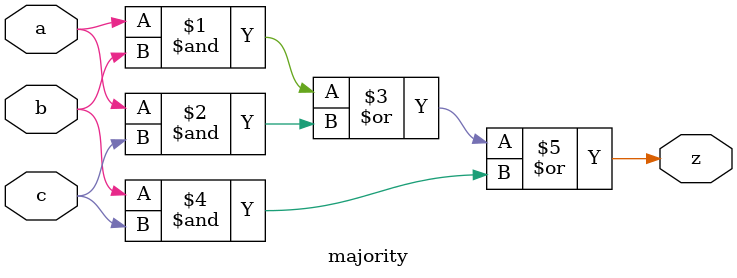
<source format=v>
module majority(
    input a,
    input b,
    input c,
    output z
    );
    assign z = a&b|a&c|b&c;
endmodule

</source>
